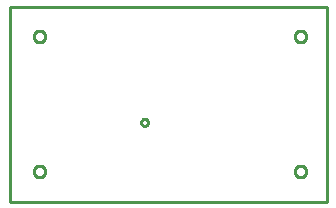
<source format=gbr>
G04 EAGLE Gerber X2 export*
%TF.Part,Single*%
%TF.FileFunction,Profile,NP*%
%TF.FilePolarity,Positive*%
%TF.GenerationSoftware,Autodesk,EAGLE,9.1.3*%
%TF.CreationDate,2018-09-14T10:28:26Z*%
G75*
%MOMM*%
%FSLAX34Y34*%
%LPD*%
%AMOC8*
5,1,8,0,0,1.08239X$1,22.5*%
G01*
%ADD10C,0.254000*%


D10*
X0Y0D02*
X268480Y0D01*
X268480Y165000D01*
X0Y165000D01*
X0Y0D01*
X251380Y139419D02*
X251317Y138861D01*
X251192Y138314D01*
X251007Y137784D01*
X250763Y137278D01*
X250464Y136802D01*
X250114Y136363D01*
X249717Y135966D01*
X249278Y135616D01*
X248802Y135317D01*
X248296Y135073D01*
X247766Y134888D01*
X247219Y134763D01*
X246661Y134700D01*
X246099Y134700D01*
X245541Y134763D01*
X244994Y134888D01*
X244464Y135073D01*
X243958Y135317D01*
X243482Y135616D01*
X243043Y135966D01*
X242646Y136363D01*
X242296Y136802D01*
X241997Y137278D01*
X241753Y137784D01*
X241568Y138314D01*
X241443Y138861D01*
X241380Y139419D01*
X241380Y139981D01*
X241443Y140539D01*
X241568Y141086D01*
X241753Y141616D01*
X241997Y142122D01*
X242296Y142598D01*
X242646Y143037D01*
X243043Y143434D01*
X243482Y143784D01*
X243958Y144083D01*
X244464Y144327D01*
X244994Y144512D01*
X245541Y144637D01*
X246099Y144700D01*
X246661Y144700D01*
X247219Y144637D01*
X247766Y144512D01*
X248296Y144327D01*
X248802Y144083D01*
X249278Y143784D01*
X249717Y143434D01*
X250114Y143037D01*
X250464Y142598D01*
X250763Y142122D01*
X251007Y141616D01*
X251192Y141086D01*
X251317Y140539D01*
X251380Y139981D01*
X251380Y139419D01*
X251380Y25119D02*
X251317Y24561D01*
X251192Y24014D01*
X251007Y23484D01*
X250763Y22978D01*
X250464Y22502D01*
X250114Y22063D01*
X249717Y21666D01*
X249278Y21316D01*
X248802Y21017D01*
X248296Y20773D01*
X247766Y20588D01*
X247219Y20463D01*
X246661Y20400D01*
X246099Y20400D01*
X245541Y20463D01*
X244994Y20588D01*
X244464Y20773D01*
X243958Y21017D01*
X243482Y21316D01*
X243043Y21666D01*
X242646Y22063D01*
X242296Y22502D01*
X241997Y22978D01*
X241753Y23484D01*
X241568Y24014D01*
X241443Y24561D01*
X241380Y25119D01*
X241380Y25681D01*
X241443Y26239D01*
X241568Y26786D01*
X241753Y27316D01*
X241997Y27822D01*
X242296Y28298D01*
X242646Y28737D01*
X243043Y29134D01*
X243482Y29484D01*
X243958Y29783D01*
X244464Y30027D01*
X244994Y30212D01*
X245541Y30337D01*
X246099Y30400D01*
X246661Y30400D01*
X247219Y30337D01*
X247766Y30212D01*
X248296Y30027D01*
X248802Y29783D01*
X249278Y29484D01*
X249717Y29134D01*
X250114Y28737D01*
X250464Y28298D01*
X250763Y27822D01*
X251007Y27316D01*
X251192Y26786D01*
X251317Y26239D01*
X251380Y25681D01*
X251380Y25119D01*
X30400Y139419D02*
X30337Y138861D01*
X30212Y138314D01*
X30027Y137784D01*
X29783Y137278D01*
X29484Y136802D01*
X29134Y136363D01*
X28737Y135966D01*
X28298Y135616D01*
X27822Y135317D01*
X27316Y135073D01*
X26786Y134888D01*
X26239Y134763D01*
X25681Y134700D01*
X25119Y134700D01*
X24561Y134763D01*
X24014Y134888D01*
X23484Y135073D01*
X22978Y135317D01*
X22502Y135616D01*
X22063Y135966D01*
X21666Y136363D01*
X21316Y136802D01*
X21017Y137278D01*
X20773Y137784D01*
X20588Y138314D01*
X20463Y138861D01*
X20400Y139419D01*
X20400Y139981D01*
X20463Y140539D01*
X20588Y141086D01*
X20773Y141616D01*
X21017Y142122D01*
X21316Y142598D01*
X21666Y143037D01*
X22063Y143434D01*
X22502Y143784D01*
X22978Y144083D01*
X23484Y144327D01*
X24014Y144512D01*
X24561Y144637D01*
X25119Y144700D01*
X25681Y144700D01*
X26239Y144637D01*
X26786Y144512D01*
X27316Y144327D01*
X27822Y144083D01*
X28298Y143784D01*
X28737Y143434D01*
X29134Y143037D01*
X29484Y142598D01*
X29783Y142122D01*
X30027Y141616D01*
X30212Y141086D01*
X30337Y140539D01*
X30400Y139981D01*
X30400Y139419D01*
X30400Y25119D02*
X30337Y24561D01*
X30212Y24014D01*
X30027Y23484D01*
X29783Y22978D01*
X29484Y22502D01*
X29134Y22063D01*
X28737Y21666D01*
X28298Y21316D01*
X27822Y21017D01*
X27316Y20773D01*
X26786Y20588D01*
X26239Y20463D01*
X25681Y20400D01*
X25119Y20400D01*
X24561Y20463D01*
X24014Y20588D01*
X23484Y20773D01*
X22978Y21017D01*
X22502Y21316D01*
X22063Y21666D01*
X21666Y22063D01*
X21316Y22502D01*
X21017Y22978D01*
X20773Y23484D01*
X20588Y24014D01*
X20463Y24561D01*
X20400Y25119D01*
X20400Y25681D01*
X20463Y26239D01*
X20588Y26786D01*
X20773Y27316D01*
X21017Y27822D01*
X21316Y28298D01*
X21666Y28737D01*
X22063Y29134D01*
X22502Y29484D01*
X22978Y29783D01*
X23484Y30027D01*
X24014Y30212D01*
X24561Y30337D01*
X25119Y30400D01*
X25681Y30400D01*
X26239Y30337D01*
X26786Y30212D01*
X27316Y30027D01*
X27822Y29783D01*
X28298Y29484D01*
X28737Y29134D01*
X29134Y28737D01*
X29484Y28298D01*
X29783Y27822D01*
X30027Y27316D01*
X30212Y26786D01*
X30337Y26239D01*
X30400Y25681D01*
X30400Y25119D01*
X117340Y66804D02*
X117266Y66338D01*
X117120Y65888D01*
X116906Y65468D01*
X116628Y65086D01*
X116294Y64752D01*
X115912Y64474D01*
X115492Y64260D01*
X115043Y64114D01*
X114576Y64040D01*
X114104Y64040D01*
X113638Y64114D01*
X113188Y64260D01*
X112768Y64474D01*
X112386Y64752D01*
X112052Y65086D01*
X111774Y65468D01*
X111560Y65888D01*
X111414Y66338D01*
X111340Y66804D01*
X111340Y67276D01*
X111414Y67743D01*
X111560Y68192D01*
X111774Y68612D01*
X112052Y68994D01*
X112386Y69328D01*
X112768Y69606D01*
X113188Y69820D01*
X113638Y69966D01*
X114104Y70040D01*
X114576Y70040D01*
X115043Y69966D01*
X115492Y69820D01*
X115912Y69606D01*
X116294Y69328D01*
X116628Y68994D01*
X116906Y68612D01*
X117120Y68192D01*
X117266Y67743D01*
X117340Y67276D01*
X117340Y66804D01*
M02*

</source>
